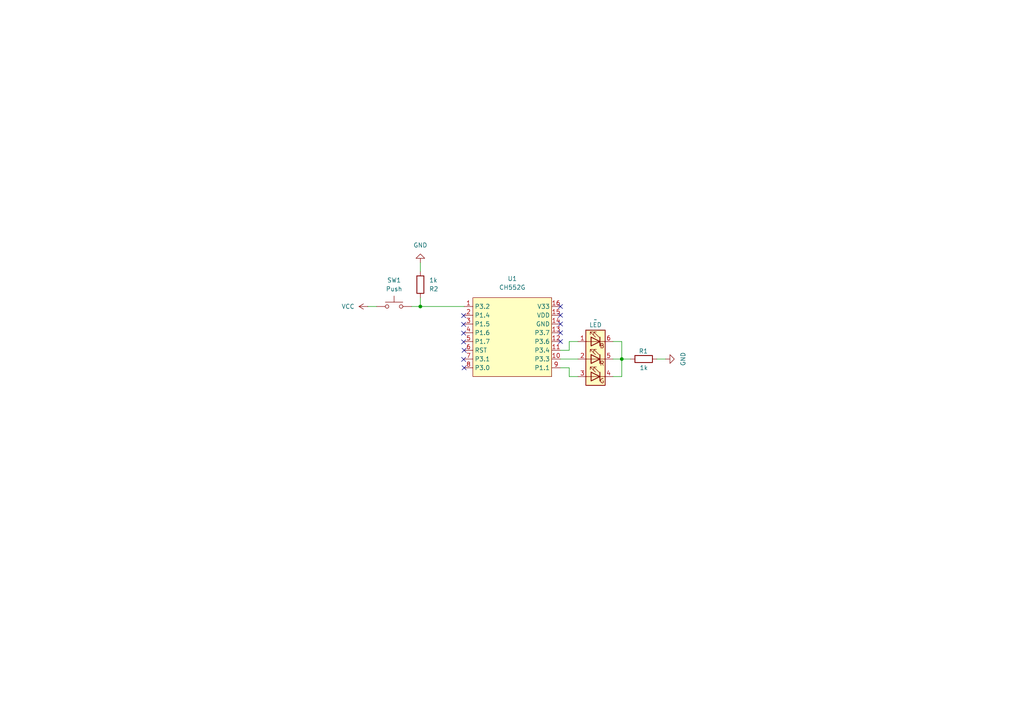
<source format=kicad_sch>
(kicad_sch (version 20231120) (generator "eeschema") (generator_version "8.0")
  (paper "A4")
  (title_block (title "CH552G Minimal Circuit") (date "2022-10-30") (rev "1.0") (company "Nicola Strappazzon C"))
  (lib_symbols
    (symbol "Device:R" (pin_numbers hide) (pin_names (offset 0))
      (property "Reference" "R" (at 2.032 0 90))
      (property "Value" "R" (at 0 0 90))
      (symbol "R_0_1"
        (rectangle (start -1.016 -2.54) (end 1.016 2.54) (stroke (width 0.254)))
      )
      (symbol "R_1_1"
        (pin passive line (at 0 3.81 270) (length 1.27) (name "~") (number "1"))
        (pin passive line (at 0 -3.81 90) (length 1.27) (name "~") (number "2"))
      )
    )
    (symbol "LED:SMLVN6RGB" (pin_names (offset 0) hide)
      (property "Reference" "D" (at 0 12.7 0))
      (property "Value" "SMLVN6RGB" (at 0 10.16 0))
      (symbol "SMLVN6RGB_0_0"
        (text "B" (at 1.905 3.81 0) (effects (font (size 1.27 1.27))))
        (text "G" (at 1.905 -6.35 0) (effects (font (size 1.27 1.27))))
        (text "R" (at 1.905 -1.27 0) (effects (font (size 1.27 1.27))))
      )
      (symbol "SMLVN6RGB_0_1"
        (rectangle (start -2.794 8.382) (end 2.794 -7.62) (stroke (width 0.254)) (fill (type background)))
        (rectangle (start -1.27 -1.27) (end -1.27 1.27))
        (rectangle (start -1.27 1.27) (end -1.27 1.27))
        (rectangle (start -1.27 3.81) (end -1.27 6.35))
        (rectangle (start -1.27 6.35) (end -1.27 6.35))
        (polyline (pts (xy -1.27 -5.08) (xy -2.54 -5.08)))
        (polyline (pts (xy -1.27 0) (xy -2.54 0)))
        (polyline (pts (xy -1.27 0) (xy 1.27 0)))
        (polyline (pts (xy -1.27 5.08) (xy -2.54 5.08)))
        (polyline (pts (xy 1.27 -5.08) (xy -1.27 -5.08)))
        (polyline (pts (xy 1.27 -5.08) (xy 2.54 -5.08)))
        (polyline (pts (xy 1.27 -3.81) (xy 1.27 -6.35)) (stroke (width 0.254)))
        (polyline (pts (xy 1.27 0) (xy 2.54 0)))
        (polyline (pts (xy 1.27 1.27) (xy 1.27 -1.27)) (stroke (width 0.254)))
        (polyline (pts (xy 1.27 5.08) (xy -1.27 5.08)))
        (polyline (pts (xy 1.27 5.08) (xy 2.54 5.08)))
        (polyline (pts (xy 1.27 6.35) (xy 1.27 3.81)) (stroke (width 0.254)))
        (polyline (pts (xy 1.27 1.27) (xy 1.27 -1.27) (xy 1.27 -1.27)))
        (polyline (pts (xy 1.27 6.35) (xy 1.27 3.81) (xy 1.27 3.81)))
        (polyline (pts (xy -1.27 -3.81) (xy -1.27 -6.35) (xy 1.27 -5.08) (xy -1.27 -3.81)) (stroke (width 0.254)))
        (polyline (pts (xy -1.27 1.27) (xy -1.27 -1.27) (xy 1.27 0) (xy -1.27 1.27)) (stroke (width 0.254)))
        (polyline (pts (xy -1.27 6.35) (xy -1.27 3.81) (xy 1.27 5.08) (xy -1.27 6.35)) (stroke (width 0.254)))
        (polyline (pts (xy 0 -3.81) (xy -1.524 -2.286) (xy -0.762 -2.286) (xy -1.524 -2.286) (xy -1.524 -3.048)))
        (polyline (pts (xy 0 1.27) (xy -1.524 2.794) (xy -0.762 2.794) (xy -1.524 2.794) (xy -1.524 2.032)))
        (polyline (pts (xy 0 6.35) (xy -1.524 7.874) (xy -0.762 7.874) (xy -1.524 7.874) (xy -1.524 7.112)))
        (polyline (pts (xy 1.016 -3.81) (xy -0.508 -2.286) (xy 0.254 -2.286) (xy -0.508 -2.286) (xy -0.508 -3.048)))
        (polyline (pts (xy 1.016 1.27) (xy -0.508 2.794) (xy 0.254 2.794) (xy -0.508 2.794) (xy -0.508 2.032)))
        (polyline (pts (xy 1.016 6.35) (xy -0.508 7.874) (xy 0.254 7.874) (xy -0.508 7.874) (xy -0.508 7.112)))
      )
      (symbol "SMLVN6RGB_1_1"
        (pin passive line (at -5.08 5.08 0) (length 2.54) (name "BA") (number "1"))
        (pin passive line (at -5.08 0 0) (length 2.54) (name "RA") (number "2"))
        (pin passive line (at -5.08 -5.08 0) (length 2.54) (name "GA") (number "3"))
        (pin passive line (at 5.08 -5.08 180) (length 2.54) (name "GK") (number "4"))
        (pin passive line (at 5.08 0 180) (length 2.54) (name "RK") (number "5"))
        (pin passive line (at 5.08 5.08 180) (length 2.54) (name "BK") (number "6"))
      )
    )
    (symbol "Switch:SW_Push" (pin_numbers hide) (pin_names (offset 1.016) hide)
      (property "Reference" "SW" (at 1.27 2.54 0))
      (property "Value" "SW_Push" (at 0 -1.524 0))
      (symbol "SW_Push_0_1"
        (circle (center -2.032 0) (radius 0.508))
        (polyline (pts (xy 0 1.27) (xy 0 3.048)))
        (polyline (pts (xy 2.54 1.27) (xy -2.54 1.27)))
        (circle (center 2.032 0) (radius 0.508))
        (pin passive line (at -5.08 0 0) (length 2.54) (name "1") (number "1"))
        (pin passive line (at 5.08 0 180) (length 2.54) (name "2") (number "2"))
      )
    )
    (symbol "library:CH552G"
      (property "Reference" "U" (at 0 16.51 0))
      (property "Value" "CH552G" (at 0 13.97 0))
      (symbol "CH552G_0_1"
        (rectangle (start -11.43 11.43) (end 11.43 -11.43) (fill (type background)))
      )
      (symbol "CH552G_1_1"
        (pin passive line (at -13.97 8.89 0) (length 2.54) (name "P3.2") (number "1"))
        (pin passive line (at 13.97 -6.35 180) (length 2.54) (name "P3.3") (number "10"))
        (pin passive line (at 13.97 -3.81 180) (length 2.54) (name "P3.4") (number "11"))
        (pin passive line (at 13.97 -1.27 180) (length 2.54) (name "P3.6") (number "12"))
        (pin passive line (at 13.97 1.27 180) (length 2.54) (name "P3.7") (number "13"))
        (pin power_in line (at 13.97 3.81 180) (length 2.54) (name "GND") (number "14"))
        (pin power_in line (at 13.97 6.35 180) (length 2.54) (name "VDD") (number "15"))
        (pin power_out line (at 13.97 8.89 180) (length 2.54) (name "V33") (number "16"))
        (pin passive line (at -13.97 6.35 0) (length 2.54) (name "P1.4") (number "2"))
        (pin passive line (at -13.97 3.81 0) (length 2.54) (name "P1.5") (number "3"))
        (pin passive line (at -13.97 1.27 0) (length 2.54) (name "P1.6") (number "4"))
        (pin passive line (at -13.97 -1.27 0) (length 2.54) (name "P1.7") (number "5"))
        (pin passive line (at -13.97 -3.81 0) (length 2.54) (name "RST") (number "6"))
        (pin passive line (at -13.97 -6.35 0) (length 2.54) (name "P3.1") (number "7"))
        (pin passive line (at -13.97 -8.89 0) (length 2.54) (name "P3.0") (number "8"))
        (pin passive line (at 13.97 -8.89 180) (length 2.54) (name "P1.1") (number "9"))
      )
    )
    (symbol "power:GND" (power) (pin_names (offset 0))
      (property "Value" "GND" (at 0 -3.81 0))
      (symbol "GND_0_1"
        (polyline (pts (xy 0 0) (xy 0 -1.27) (xy 1.27 -1.27) (xy 0 -2.54) (xy -1.27 -1.27) (xy 0 -1.27)))
      )
      (symbol "GND_1_1"
        (pin power_in line (at 0 0 270) (length 0) hide (name "GND") (number "1"))
      )
    )
    (symbol "power:VCC" (power) (pin_numbers hide) (pin_names (offset 0) hide)
      (property "Value" "VCC" (at 0 3.556 0))
      (symbol "VCC_0_1"
        (polyline (pts (xy -0.762 1.27) (xy 0 2.54)))
        (polyline (pts (xy 0 0) (xy 0 2.54)))
        (polyline (pts (xy 0 2.54) (xy 0.762 1.27)))
      )
      (symbol "VCC_1_1"
        (pin power_in line (at 0 0 90) (length 0) (name "~") (number "1"))
      )
    )
  )
  (junction (at 180.34 104.14))
  (junction (at 121.92 88.9))
  (no_connect (at 162.56 93.98))
  (no_connect (at 162.56 99.06))
  (no_connect (at 134.62 106.68))
  (no_connect (at 162.56 88.9))
  (no_connect (at 134.4676 104.2416))
  (no_connect (at 134.4676 94.0816))
  (no_connect (at 134.4676 96.6216))
  (no_connect (at 134.4676 99.1616))
  (no_connect (at 134.4676 91.5416))
  (no_connect (at 134.62 101.6))
  (no_connect (at 162.56 91.44))
  (no_connect (at 162.56 96.52))
  (wire (pts (xy 180.34 104.14) (xy 180.34 109.22)))
  (wire (pts (xy 162.56 101.6) (xy 165.1 101.6)))
  (wire (pts (xy 165.1 109.22) (xy 167.64 109.22)))
  (wire (pts (xy 190.5 104.14) (xy 193.04 104.14)))
  (wire (pts (xy 119.38 88.9) (xy 121.92 88.9)))
  (wire (pts (xy 162.56 104.14) (xy 167.64 104.14)))
  (wire (pts (xy 177.8 104.14) (xy 180.34 104.14)))
  (wire (pts (xy 177.8 99.06) (xy 180.34 99.06)))
  (wire (pts (xy 180.34 109.22) (xy 177.8 109.22)))
  (wire (pts (xy 121.92 88.9) (xy 134.62 88.9)))
  (wire (pts (xy 180.34 99.06) (xy 180.34 104.14)))
  (wire (pts (xy 162.56 106.68) (xy 165.1 106.68)))
  (wire (pts (xy 180.34 104.14) (xy 182.88 104.14)))
  (wire (pts (xy 165.1 99.06) (xy 167.64 99.06)))
  (wire (pts (xy 121.92 76.2) (xy 121.92 78.74)))
  (wire (pts (xy 165.1 101.6) (xy 165.1 99.06)))
  (wire (pts (xy 165.1 106.68) (xy 165.1 109.22)))
  (wire (pts (xy 106.68 88.9) (xy 109.22 88.9)))
  (wire (pts (xy 121.92 86.36) (xy 121.92 88.9)))
  (symbol (lib_id "power:GND") (at 193.04 104.14 90) (unit 1)
    (property "Reference" "#PWR02" (effects (hide yes)))
    (property "Value" "GND" (at 198.12 104.14 0))
  )
  (symbol (lib_id "Switch:SW_Push") (at 114.3 88.9 0) (unit 1)
    (property "Reference" "SW1" (at 114.3 81.28 0))
    (property "Value" "Push" (at 114.3 83.82 0))
    (property "Description" "Push button switch, generic, two pins" (effects (hide yes)))
  )
  (symbol (lib_id "Device:R") (at 121.92 82.55 0) (mirror y) (unit 1)
    (property "Reference" "R2" (at 124.46 83.82 0) (effects (justify right)))
    (property "Value" "1k" (at 124.46 81.28 0) (effects (justify right)))
  )
  (symbol (lib_id "LED:SMLVN6RGB") (at 172.72 104.14 0) (unit 1)
    (property "Reference" "LED" (at 172.72 94.234 0))
    (property "Value" "~" (at 172.72 92.71 0))
    (property "Footprint" "LED_SMD:LED_ROHM_SMLVN6" (effects (hide yes)))
    (property "Datasheet" "https://www.rohm.com/datasheet/SMLVN6RGB1U" (effects (hide yes)))
    (property "Description" "High Brightness Tri-Color LED, RGB, 3.5x2.8mm" (effects (hide yes)))
  )
  (symbol (lib_id "Device:R") (at 186.69 104.14 270) (mirror x) (unit 1)
    (property "Reference" "R1" (at 187.96 101.854 90) (effects (justify right)))
    (property "Value" "1k" (at 187.96 106.68 90) (effects (justify right)))
  )
  (symbol (lib_id "power:VCC") (at 106.68 88.9 90) (unit 1)
    (property "Reference" "#PWR03" (effects (hide yes)))
    (property "Value" "VCC" (at 102.87 88.8999 90) (effects (justify left)))
    (property "Description" "Power symbol creates a global label with name \"VCC\"" (effects (hide yes)))
  )
  (symbol (lib_id "power:GND") (at 121.92 76.2 180) (unit 1)
    (property "Reference" "#PWR01" (effects (hide yes)))
    (property "Value" "GND" (at 121.92 71.12 0))
  )
  (symbol (lib_id "library:CH552G") (at 148.59 97.79 0) (unit 1)
    (property "Reference" "U1" (at 148.59 80.8228 0))
    (property "Value" "CH552G" (at 148.59 83.3628 0))
    (property "Footprint" "Package_SO:SOIC-16W_5.3x10.2mm_P1.27mm" (effects (hide yes)))
  )
)
</source>
